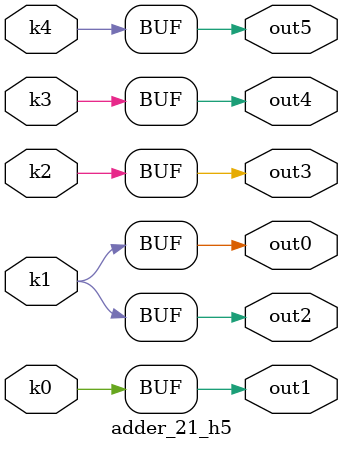
<source format=v>
module adder_21(pi00, pi01, pi02, pi03, pi04, pi05, pi06, pi07, pi08, pi09, po0, po1, po2, po3, po4, po5);
input pi00, pi01, pi02, pi03, pi04, pi05, pi06, pi07, pi08, pi09;
output po0, po1, po2, po3, po4, po5;
wire k0, k1, k2, k3, k4;
adder_21_w5 DUT1 (pi00, pi01, pi02, pi03, pi04, pi05, pi06, pi07, pi08, pi09, k0, k1, k2, k3, k4);
adder_21_h5 DUT2 (k0, k1, k2, k3, k4, po0, po1, po2, po3, po4, po5);
endmodule

module adder_21_w5(in9, in8, in7, in6, in5, in4, in3, in2, in1, in0, k4, k3, k2, k1, k0);
input in9, in8, in7, in6, in5, in4, in3, in2, in1, in0;
output k4, k3, k2, k1, k0;
assign k0 =   ((~in6 | ~in2) & (((~in7 | ~in3) & (((~in9 | ~in5) & ((in1 & ~in8) | (~in0 & ~in4))) | (~in9 & ~in5 & (~in8 | ~in4)) | (~in8 & ~in4))) | (~in7 & ~in3))) | (~in6 & ~in2);
assign k1 =   ((~in6 ^ in2) & (((~in7 | ~in3) & (((~in9 | ~in5) & ((in1 & ~in8) | (~in0 & ~in4))) | (~in9 & ~in5 & (~in8 | ~in4)) | (~in8 & ~in4))) | (~in7 & ~in3))) | ((in6 ^ in2) & ((in7 & in3) | ((in7 | in3) & (((in9 | in5) & ((in0 & in8) | (~in1 & in4))) | (in8 & in4) | (in9 & in5 & (in8 | in4))))));
assign k2 =   ((~in7 ^ in3) & (((~in9 | ~in5) & ((in1 & ~in8) | (~in0 & ~in4))) | (~in9 & ~in5 & (~in8 | ~in4)) | (~in8 & ~in4))) | ((in7 ^ in3) & (((in9 | in5) & ((in0 & in8) | (~in1 & in4))) | (in8 & in4) | (in9 & in5 & (in8 | in4))));
assign k3 =   ((~in9 | ~in5) & ((in1 & in8 & in4) | (~in0 & ~in8 & ~in4))) | ((in9 | in5) & ((~in1 & ~in8 & in4) | (in0 & in8 & ~in4))) | (in9 & in5 & (in8 ^ in4)) | (~in9 & ~in5 & (~in8 ^ in4));
assign k4 =   (in0 & (in9 ^ in5)) | (in1 & (~in9 ^ in5));
endmodule

module adder_21_h5(k4, k3, k2, k1, k0, out5, out4, out3, out2, out1, out0);
input k4, k3, k2, k1, k0;
output out5, out4, out3, out2, out1, out0;
assign out0 = k1;
assign out1 = k0;
assign out2 = k1;
assign out3 = k2;
assign out4 = k3;
assign out5 = k4;
endmodule

</source>
